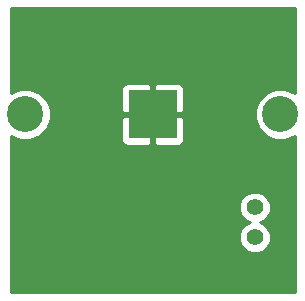
<source format=gbl>
G04 (created by PCBNEW (2013-07-07 BZR 4022)-stable) date 1/23/2014 9:04:30 AM*
%MOIN*%
G04 Gerber Fmt 3.4, Leading zero omitted, Abs format*
%FSLAX34Y34*%
G01*
G70*
G90*
G04 APERTURE LIST*
%ADD10C,0.00590551*%
%ADD11C,0.055*%
%ADD12R,0.16X0.16*%
%ADD13C,0.12*%
%ADD14C,0.035*%
%ADD15C,0.01*%
G04 APERTURE END LIST*
G54D10*
G54D11*
X61400Y-59900D03*
X61400Y-60900D03*
G54D12*
X58000Y-56800D03*
G54D13*
X53750Y-56800D03*
X62250Y-56800D03*
G54D14*
X56800Y-56700D03*
X59700Y-55100D03*
G54D15*
X59700Y-55100D02*
X59700Y-55200D01*
G54D10*
G36*
X62730Y-62730D02*
X61925Y-62730D01*
X61925Y-60796D01*
X61845Y-60603D01*
X61697Y-60455D01*
X61564Y-60399D01*
X61697Y-60345D01*
X61844Y-60197D01*
X61924Y-60004D01*
X61925Y-59796D01*
X61845Y-59603D01*
X61697Y-59455D01*
X61504Y-59375D01*
X61296Y-59374D01*
X61103Y-59454D01*
X60955Y-59602D01*
X60875Y-59795D01*
X60874Y-60003D01*
X60954Y-60197D01*
X61102Y-60344D01*
X61235Y-60400D01*
X61103Y-60454D01*
X60955Y-60602D01*
X60875Y-60795D01*
X60874Y-61003D01*
X60954Y-61197D01*
X61102Y-61344D01*
X61295Y-61424D01*
X61503Y-61425D01*
X61697Y-61345D01*
X61844Y-61197D01*
X61924Y-61004D01*
X61925Y-60796D01*
X61925Y-62730D01*
X59050Y-62730D01*
X59050Y-57550D01*
X59050Y-56049D01*
X59049Y-55950D01*
X59011Y-55858D01*
X58941Y-55787D01*
X58849Y-55749D01*
X58112Y-55750D01*
X58050Y-55812D01*
X58050Y-56750D01*
X58987Y-56750D01*
X59050Y-56687D01*
X59050Y-56049D01*
X59050Y-57550D01*
X59050Y-56912D01*
X58987Y-56850D01*
X58050Y-56850D01*
X58050Y-57787D01*
X58112Y-57850D01*
X58849Y-57850D01*
X58941Y-57812D01*
X59011Y-57741D01*
X59049Y-57649D01*
X59050Y-57550D01*
X59050Y-62730D01*
X57950Y-62730D01*
X57950Y-57787D01*
X57950Y-56850D01*
X57950Y-56750D01*
X57950Y-55812D01*
X57887Y-55750D01*
X57150Y-55749D01*
X57058Y-55787D01*
X56988Y-55858D01*
X56950Y-55950D01*
X56949Y-56049D01*
X56950Y-56687D01*
X57012Y-56750D01*
X57950Y-56750D01*
X57950Y-56850D01*
X57012Y-56850D01*
X56950Y-56912D01*
X56949Y-57550D01*
X56950Y-57649D01*
X56988Y-57741D01*
X57058Y-57812D01*
X57150Y-57850D01*
X57887Y-57850D01*
X57950Y-57787D01*
X57950Y-62730D01*
X53269Y-62730D01*
X53269Y-57520D01*
X53580Y-57649D01*
X53918Y-57650D01*
X54230Y-57521D01*
X54470Y-57282D01*
X54599Y-56969D01*
X54600Y-56631D01*
X54471Y-56319D01*
X54232Y-56079D01*
X53919Y-55950D01*
X53581Y-55949D01*
X53269Y-56078D01*
X53269Y-53269D01*
X62730Y-53269D01*
X62730Y-56079D01*
X62419Y-55950D01*
X62081Y-55949D01*
X61769Y-56078D01*
X61529Y-56317D01*
X61400Y-56630D01*
X61399Y-56968D01*
X61528Y-57280D01*
X61767Y-57520D01*
X62080Y-57649D01*
X62418Y-57650D01*
X62730Y-57521D01*
X62730Y-62730D01*
X62730Y-62730D01*
G37*
G54D15*
X62730Y-62730D02*
X61925Y-62730D01*
X61925Y-60796D01*
X61845Y-60603D01*
X61697Y-60455D01*
X61564Y-60399D01*
X61697Y-60345D01*
X61844Y-60197D01*
X61924Y-60004D01*
X61925Y-59796D01*
X61845Y-59603D01*
X61697Y-59455D01*
X61504Y-59375D01*
X61296Y-59374D01*
X61103Y-59454D01*
X60955Y-59602D01*
X60875Y-59795D01*
X60874Y-60003D01*
X60954Y-60197D01*
X61102Y-60344D01*
X61235Y-60400D01*
X61103Y-60454D01*
X60955Y-60602D01*
X60875Y-60795D01*
X60874Y-61003D01*
X60954Y-61197D01*
X61102Y-61344D01*
X61295Y-61424D01*
X61503Y-61425D01*
X61697Y-61345D01*
X61844Y-61197D01*
X61924Y-61004D01*
X61925Y-60796D01*
X61925Y-62730D01*
X59050Y-62730D01*
X59050Y-57550D01*
X59050Y-56049D01*
X59049Y-55950D01*
X59011Y-55858D01*
X58941Y-55787D01*
X58849Y-55749D01*
X58112Y-55750D01*
X58050Y-55812D01*
X58050Y-56750D01*
X58987Y-56750D01*
X59050Y-56687D01*
X59050Y-56049D01*
X59050Y-57550D01*
X59050Y-56912D01*
X58987Y-56850D01*
X58050Y-56850D01*
X58050Y-57787D01*
X58112Y-57850D01*
X58849Y-57850D01*
X58941Y-57812D01*
X59011Y-57741D01*
X59049Y-57649D01*
X59050Y-57550D01*
X59050Y-62730D01*
X57950Y-62730D01*
X57950Y-57787D01*
X57950Y-56850D01*
X57950Y-56750D01*
X57950Y-55812D01*
X57887Y-55750D01*
X57150Y-55749D01*
X57058Y-55787D01*
X56988Y-55858D01*
X56950Y-55950D01*
X56949Y-56049D01*
X56950Y-56687D01*
X57012Y-56750D01*
X57950Y-56750D01*
X57950Y-56850D01*
X57012Y-56850D01*
X56950Y-56912D01*
X56949Y-57550D01*
X56950Y-57649D01*
X56988Y-57741D01*
X57058Y-57812D01*
X57150Y-57850D01*
X57887Y-57850D01*
X57950Y-57787D01*
X57950Y-62730D01*
X53269Y-62730D01*
X53269Y-57520D01*
X53580Y-57649D01*
X53918Y-57650D01*
X54230Y-57521D01*
X54470Y-57282D01*
X54599Y-56969D01*
X54600Y-56631D01*
X54471Y-56319D01*
X54232Y-56079D01*
X53919Y-55950D01*
X53581Y-55949D01*
X53269Y-56078D01*
X53269Y-53269D01*
X62730Y-53269D01*
X62730Y-56079D01*
X62419Y-55950D01*
X62081Y-55949D01*
X61769Y-56078D01*
X61529Y-56317D01*
X61400Y-56630D01*
X61399Y-56968D01*
X61528Y-57280D01*
X61767Y-57520D01*
X62080Y-57649D01*
X62418Y-57650D01*
X62730Y-57521D01*
X62730Y-62730D01*
M02*

</source>
